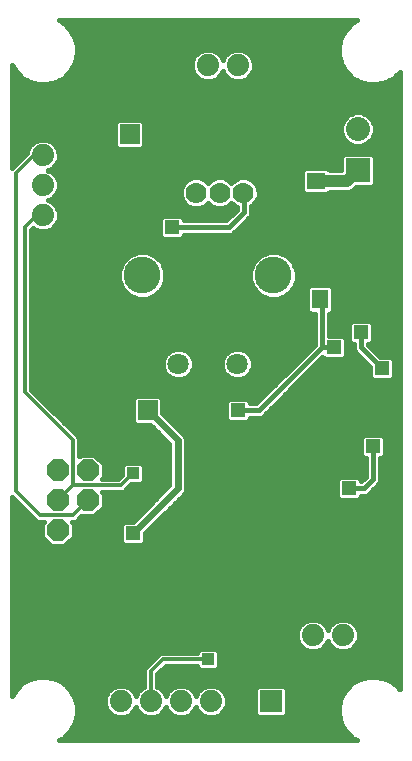
<source format=gbl>
G75*
%MOIN*%
%OFA0B0*%
%FSLAX24Y24*%
%IPPOS*%
%LPD*%
%AMOC8*
5,1,8,0,0,1.08239X$1,22.5*
%
%ADD10R,0.0650X0.0650*%
%ADD11C,0.0650*%
%ADD12R,0.0551X0.0630*%
%ADD13R,0.0630X0.0551*%
%ADD14OC8,0.0740*%
%ADD15R,0.0740X0.0740*%
%ADD16C,0.0740*%
%ADD17R,0.0800X0.0800*%
%ADD18C,0.0800*%
%ADD19C,0.0709*%
%ADD20C,0.0700*%
%ADD21C,0.1227*%
%ADD22C,0.0400*%
%ADD23C,0.0160*%
%ADD24R,0.0396X0.0396*%
%ADD25R,0.0768X0.0768*%
%ADD26R,0.0475X0.0475*%
%ADD27C,0.0240*%
%ADD28C,0.0120*%
D10*
X005180Y011600D03*
X004580Y020800D03*
D11*
X004580Y019800D03*
X004180Y011600D03*
D12*
X010929Y015300D03*
X012031Y015300D03*
D13*
X010780Y018149D03*
X010780Y019251D03*
D14*
X003180Y009600D03*
X003180Y008600D03*
X003180Y007600D03*
X002180Y007600D03*
X002180Y008600D03*
X002180Y009600D03*
D15*
X001680Y021100D03*
X009280Y001900D03*
D16*
X008280Y001900D03*
X007280Y001900D03*
X006280Y001900D03*
X005280Y001900D03*
X004280Y001900D03*
X010680Y004100D03*
X011680Y004100D03*
X012680Y004100D03*
X009180Y023100D03*
X008180Y023100D03*
X007180Y023100D03*
X001680Y020100D03*
X001680Y019100D03*
X001680Y018100D03*
D17*
X012180Y019600D03*
D18*
X012180Y020978D03*
D19*
X008164Y013147D03*
X007180Y013147D03*
X006196Y013147D03*
D20*
X005999Y018856D03*
X006786Y018856D03*
X007574Y018856D03*
X008361Y018856D03*
D21*
X009365Y016100D03*
X004995Y016100D03*
D22*
X010780Y019251D02*
X011831Y019251D01*
X012180Y019600D01*
D23*
X000660Y008709D02*
X000660Y002093D01*
X000776Y002294D01*
X000986Y002504D01*
X001244Y002653D01*
X001531Y002730D01*
X001829Y002730D01*
X002116Y002653D01*
X002374Y002504D01*
X002584Y002294D01*
X002733Y002036D01*
X002810Y001749D01*
X002810Y001451D01*
X002733Y001164D01*
X002584Y000906D01*
X002374Y000696D01*
X002208Y000600D01*
X012152Y000600D01*
X011986Y000696D01*
X011776Y000906D01*
X011627Y001164D01*
X011550Y001451D01*
X011550Y001749D01*
X011627Y002036D01*
X011776Y002294D01*
X011986Y002504D01*
X012244Y002653D01*
X012531Y002730D01*
X012829Y002730D01*
X013116Y002653D01*
X013374Y002504D01*
X013570Y002308D01*
X013570Y022892D01*
X013374Y022696D01*
X013116Y022547D01*
X012829Y022470D01*
X012531Y022470D01*
X012244Y022547D01*
X011986Y022696D01*
X011776Y022906D01*
X011627Y023164D01*
X011550Y023451D01*
X011550Y023749D01*
X011627Y024036D01*
X011776Y024294D01*
X011986Y024504D01*
X012152Y024600D01*
X002208Y024600D01*
X002374Y024504D01*
X002584Y024294D01*
X002733Y024036D01*
X002810Y023749D01*
X002810Y023451D01*
X002733Y023164D01*
X002584Y022906D01*
X002374Y022696D01*
X002116Y022547D01*
X001829Y022470D01*
X001531Y022470D01*
X001244Y022547D01*
X000986Y022696D01*
X000776Y022906D01*
X000660Y023107D01*
X000660Y019691D01*
X000689Y019720D01*
X001150Y020181D01*
X001150Y020205D01*
X001231Y020400D01*
X001380Y020549D01*
X001575Y020630D01*
X001785Y020630D01*
X001980Y020549D01*
X002129Y020400D01*
X002210Y020205D01*
X002210Y019995D01*
X002129Y019800D01*
X001980Y019651D01*
X001858Y019600D01*
X001980Y019549D01*
X002129Y019400D01*
X002210Y019205D01*
X002210Y018995D01*
X002129Y018800D01*
X001980Y018651D01*
X001858Y018600D01*
X001980Y018549D01*
X002129Y018400D01*
X002210Y018205D01*
X002210Y017995D01*
X002129Y017800D01*
X001980Y017651D01*
X001785Y017570D01*
X001575Y017570D01*
X001380Y017651D01*
X001361Y017670D01*
X001300Y017609D01*
X001300Y012291D01*
X002771Y010820D01*
X002771Y010820D01*
X002900Y010691D01*
X002900Y010070D01*
X002960Y010130D01*
X003400Y010130D01*
X003710Y009820D01*
X003710Y009380D01*
X003650Y009320D01*
X004189Y009320D01*
X004322Y009453D01*
X004322Y009764D01*
X004416Y009858D01*
X004944Y009858D01*
X005038Y009764D01*
X005038Y009236D01*
X004944Y009142D01*
X004633Y009142D01*
X004371Y008880D01*
X003650Y008880D01*
X003710Y008820D01*
X003710Y008380D01*
X003400Y008070D01*
X002961Y008070D01*
X002771Y007880D01*
X002650Y007880D01*
X002710Y007820D01*
X002710Y007380D01*
X002400Y007070D01*
X001960Y007070D01*
X001650Y007380D01*
X001650Y007820D01*
X001710Y007880D01*
X001489Y007880D01*
X001360Y008009D01*
X000660Y008709D01*
X000660Y008659D02*
X000710Y008659D01*
X000660Y008501D02*
X000868Y008501D01*
X001027Y008342D02*
X000660Y008342D01*
X000660Y008184D02*
X001185Y008184D01*
X001344Y008025D02*
X000660Y008025D01*
X000660Y007867D02*
X001697Y007867D01*
X001650Y007708D02*
X000660Y007708D01*
X000660Y007550D02*
X001650Y007550D01*
X001650Y007391D02*
X000660Y007391D01*
X000660Y007233D02*
X001798Y007233D01*
X001956Y007074D02*
X000660Y007074D01*
X000660Y006916D02*
X013570Y006916D01*
X013570Y007074D02*
X002404Y007074D01*
X002562Y007233D02*
X004283Y007233D01*
X004283Y007196D02*
X004376Y007103D01*
X004984Y007103D01*
X005077Y007196D01*
X005077Y007501D01*
X006339Y008763D01*
X006417Y008841D01*
X006460Y008944D01*
X006460Y010656D01*
X006417Y010759D01*
X005665Y011511D01*
X005665Y011991D01*
X005571Y012085D01*
X004789Y012085D01*
X004695Y011991D01*
X004695Y011209D01*
X004789Y011115D01*
X005269Y011115D01*
X005900Y010484D01*
X005900Y009116D01*
X004681Y007897D01*
X004376Y007897D01*
X004283Y007804D01*
X004283Y007196D01*
X004283Y007391D02*
X002710Y007391D01*
X002710Y007550D02*
X004283Y007550D01*
X004283Y007708D02*
X002710Y007708D01*
X002663Y007867D02*
X004345Y007867D01*
X004809Y008025D02*
X002916Y008025D01*
X003513Y008184D02*
X004968Y008184D01*
X005126Y008342D02*
X003672Y008342D01*
X003710Y008501D02*
X005285Y008501D01*
X005443Y008659D02*
X003710Y008659D01*
X003710Y008818D02*
X005602Y008818D01*
X005760Y008976D02*
X004467Y008976D01*
X004626Y009135D02*
X005900Y009135D01*
X005900Y009293D02*
X005038Y009293D01*
X005038Y009452D02*
X005900Y009452D01*
X005900Y009610D02*
X005038Y009610D01*
X005034Y009769D02*
X005900Y009769D01*
X005900Y009927D02*
X003603Y009927D01*
X003710Y009769D02*
X004326Y009769D01*
X004322Y009610D02*
X003710Y009610D01*
X003710Y009452D02*
X004320Y009452D01*
X003444Y010086D02*
X005900Y010086D01*
X005900Y010244D02*
X002900Y010244D01*
X002900Y010086D02*
X002916Y010086D01*
X002900Y010403D02*
X005900Y010403D01*
X005823Y010561D02*
X002900Y010561D01*
X002872Y010720D02*
X005665Y010720D01*
X005506Y010878D02*
X002713Y010878D01*
X002555Y011037D02*
X005348Y011037D01*
X005665Y011512D02*
X007783Y011512D01*
X007783Y011354D02*
X005822Y011354D01*
X005981Y011195D02*
X013570Y011195D01*
X013570Y011037D02*
X006139Y011037D01*
X006298Y010878D02*
X013570Y010878D01*
X013570Y010720D02*
X013062Y010720D01*
X013077Y010704D02*
X012984Y010797D01*
X012376Y010797D01*
X012283Y010704D01*
X012283Y010096D01*
X012376Y010003D01*
X012440Y010003D01*
X012440Y009399D01*
X012281Y009240D01*
X012277Y009240D01*
X012277Y009304D01*
X012184Y009397D01*
X011576Y009397D01*
X011483Y009304D01*
X011483Y008696D01*
X011576Y008603D01*
X012184Y008603D01*
X012277Y008696D01*
X012277Y008760D01*
X012428Y008760D01*
X012516Y008797D01*
X012816Y009097D01*
X012883Y009164D01*
X012920Y009252D01*
X012920Y010003D01*
X012984Y010003D01*
X013077Y010096D01*
X013077Y010704D01*
X013077Y010561D02*
X013570Y010561D01*
X013570Y010403D02*
X013077Y010403D01*
X013077Y010244D02*
X013570Y010244D01*
X013570Y010086D02*
X013067Y010086D01*
X012920Y009927D02*
X013570Y009927D01*
X013570Y009769D02*
X012920Y009769D01*
X012920Y009610D02*
X013570Y009610D01*
X013570Y009452D02*
X012920Y009452D01*
X012920Y009293D02*
X013570Y009293D01*
X013570Y009135D02*
X012854Y009135D01*
X012695Y008976D02*
X013570Y008976D01*
X013570Y008818D02*
X012537Y008818D01*
X012380Y009000D02*
X012680Y009300D01*
X012680Y010400D01*
X012440Y009927D02*
X006460Y009927D01*
X006460Y009769D02*
X012440Y009769D01*
X012440Y009610D02*
X006460Y009610D01*
X006460Y009452D02*
X012440Y009452D01*
X012334Y009293D02*
X012277Y009293D01*
X012380Y009000D02*
X011880Y009000D01*
X011483Y008976D02*
X006460Y008976D01*
X006460Y009135D02*
X011483Y009135D01*
X011483Y009293D02*
X006460Y009293D01*
X006393Y008818D02*
X011483Y008818D01*
X011520Y008659D02*
X006235Y008659D01*
X006076Y008501D02*
X013570Y008501D01*
X013570Y008659D02*
X012240Y008659D01*
X012293Y010086D02*
X006460Y010086D01*
X006460Y010244D02*
X012283Y010244D01*
X012283Y010403D02*
X006460Y010403D01*
X006460Y010561D02*
X012283Y010561D01*
X012298Y010720D02*
X006434Y010720D01*
X005665Y011671D02*
X007783Y011671D01*
X007783Y011829D02*
X005665Y011829D01*
X005665Y011988D02*
X007866Y011988D01*
X007876Y011997D02*
X007783Y011904D01*
X007783Y011296D01*
X007876Y011203D01*
X008484Y011203D01*
X008577Y011296D01*
X008577Y011360D01*
X008928Y011360D01*
X009016Y011397D01*
X010999Y013380D01*
X011076Y013303D01*
X011684Y013303D01*
X011777Y013396D01*
X011777Y014004D01*
X011684Y014097D01*
X011220Y014097D01*
X011220Y014825D01*
X011271Y014825D01*
X011364Y014919D01*
X011364Y015681D01*
X011271Y015775D01*
X010587Y015775D01*
X010493Y015681D01*
X010493Y014919D01*
X010587Y014825D01*
X010740Y014825D01*
X010740Y013799D01*
X008781Y011840D01*
X008577Y011840D01*
X008577Y011904D01*
X008484Y011997D01*
X007876Y011997D01*
X008180Y011600D02*
X008880Y011600D01*
X010980Y013700D01*
X011380Y013700D01*
X011733Y014048D02*
X011883Y014048D01*
X011883Y013896D02*
X011976Y013803D01*
X012040Y013803D01*
X012040Y013652D01*
X012077Y013564D01*
X012144Y013497D01*
X012583Y013058D01*
X012583Y012696D01*
X012676Y012603D01*
X013284Y012603D01*
X013377Y012696D01*
X013377Y013304D01*
X013284Y013397D01*
X012922Y013397D01*
X012520Y013799D01*
X012520Y013803D01*
X012584Y013803D01*
X012677Y013896D01*
X012677Y014504D01*
X012584Y014597D01*
X011976Y014597D01*
X011883Y014504D01*
X011883Y013896D01*
X011889Y013890D02*
X011777Y013890D01*
X011777Y013731D02*
X012040Y013731D01*
X012073Y013573D02*
X011777Y013573D01*
X011777Y013414D02*
X012227Y013414D01*
X012385Y013256D02*
X010875Y013256D01*
X010716Y013097D02*
X012544Y013097D01*
X012583Y012939D02*
X010558Y012939D01*
X010399Y012780D02*
X012583Y012780D01*
X012657Y012622D02*
X010241Y012622D01*
X010082Y012463D02*
X013570Y012463D01*
X013570Y012305D02*
X009924Y012305D01*
X009765Y012146D02*
X013570Y012146D01*
X013570Y011988D02*
X009607Y011988D01*
X009448Y011829D02*
X013570Y011829D01*
X013570Y011671D02*
X009290Y011671D01*
X009131Y011512D02*
X013570Y011512D01*
X013570Y011354D02*
X008577Y011354D01*
X008494Y011988D02*
X008928Y011988D01*
X009087Y012146D02*
X001445Y012146D01*
X001300Y012305D02*
X009245Y012305D01*
X009404Y012463D02*
X001300Y012463D01*
X001300Y012622D02*
X009562Y012622D01*
X009721Y012780D02*
X008524Y012780D01*
X008456Y012711D02*
X008600Y012856D01*
X008679Y013045D01*
X008679Y013250D01*
X008600Y013439D01*
X008456Y013583D01*
X008267Y013662D01*
X008062Y013662D01*
X007873Y013583D01*
X007728Y013439D01*
X007650Y013250D01*
X007650Y013045D01*
X007728Y012856D01*
X007873Y012711D01*
X008062Y012633D01*
X008267Y012633D01*
X008456Y012711D01*
X008635Y012939D02*
X009879Y012939D01*
X010038Y013097D02*
X008679Y013097D01*
X008676Y013256D02*
X010196Y013256D01*
X010355Y013414D02*
X008610Y013414D01*
X008466Y013573D02*
X010513Y013573D01*
X010672Y013731D02*
X001300Y013731D01*
X001300Y013573D02*
X005894Y013573D01*
X005904Y013583D02*
X005760Y013439D01*
X005681Y013250D01*
X005681Y013045D01*
X005760Y012856D01*
X005904Y012711D01*
X006093Y012633D01*
X006298Y012633D01*
X006487Y012711D01*
X006632Y012856D01*
X006710Y013045D01*
X006710Y013250D01*
X006632Y013439D01*
X006487Y013583D01*
X006298Y013662D01*
X006093Y013662D01*
X005904Y013583D01*
X005750Y013414D02*
X001300Y013414D01*
X001300Y013256D02*
X005684Y013256D01*
X005681Y013097D02*
X001300Y013097D01*
X001300Y012939D02*
X005725Y012939D01*
X005836Y012780D02*
X001300Y012780D01*
X001604Y011988D02*
X004695Y011988D01*
X004695Y011829D02*
X001762Y011829D01*
X001921Y011671D02*
X004695Y011671D01*
X004695Y011512D02*
X002079Y011512D01*
X002238Y011354D02*
X004695Y011354D01*
X004709Y011195D02*
X002396Y011195D01*
X001300Y013890D02*
X010740Y013890D01*
X010740Y014048D02*
X001300Y014048D01*
X001300Y014207D02*
X010740Y014207D01*
X010740Y014365D02*
X001300Y014365D01*
X001300Y014524D02*
X010740Y014524D01*
X010740Y014682D02*
X001300Y014682D01*
X001300Y014841D02*
X010571Y014841D01*
X010493Y014999D02*
X001300Y014999D01*
X001300Y015158D02*
X010493Y015158D01*
X010493Y015316D02*
X001300Y015316D01*
X001300Y015475D02*
X004527Y015475D01*
X004557Y015444D02*
X004339Y015662D01*
X004222Y015946D01*
X004222Y016254D01*
X004339Y016538D01*
X004557Y016756D01*
X004841Y016873D01*
X005149Y016873D01*
X005433Y016756D01*
X005651Y016538D01*
X005768Y016254D01*
X005768Y015946D01*
X005651Y015662D01*
X005433Y015444D01*
X005149Y015327D01*
X004841Y015327D01*
X004557Y015444D01*
X004368Y015633D02*
X001300Y015633D01*
X001300Y015792D02*
X004286Y015792D01*
X004222Y015950D02*
X001300Y015950D01*
X001300Y016109D02*
X004222Y016109D01*
X004227Y016267D02*
X001300Y016267D01*
X001300Y016426D02*
X004293Y016426D01*
X004385Y016584D02*
X001300Y016584D01*
X001300Y016743D02*
X004544Y016743D01*
X005446Y016743D02*
X008914Y016743D01*
X008927Y016756D02*
X008709Y016538D01*
X008592Y016254D01*
X008592Y015946D01*
X008709Y015662D01*
X008927Y015444D01*
X009211Y015327D01*
X009519Y015327D01*
X009803Y015444D01*
X010021Y015662D01*
X010138Y015946D01*
X010138Y016254D01*
X010021Y016538D01*
X009803Y016756D01*
X009519Y016873D01*
X009211Y016873D01*
X008927Y016756D01*
X008755Y016584D02*
X005605Y016584D01*
X005697Y016426D02*
X008663Y016426D01*
X008597Y016267D02*
X005763Y016267D01*
X005768Y016109D02*
X008592Y016109D01*
X008592Y015950D02*
X005768Y015950D01*
X005704Y015792D02*
X008656Y015792D01*
X008738Y015633D02*
X005622Y015633D01*
X005463Y015475D02*
X008897Y015475D01*
X009833Y015475D02*
X010493Y015475D01*
X010493Y015633D02*
X009992Y015633D01*
X010074Y015792D02*
X013570Y015792D01*
X013570Y015950D02*
X010138Y015950D01*
X010138Y016109D02*
X013570Y016109D01*
X013570Y016267D02*
X010133Y016267D01*
X010067Y016426D02*
X013570Y016426D01*
X013570Y016584D02*
X009975Y016584D01*
X009816Y016743D02*
X013570Y016743D01*
X013570Y016901D02*
X001300Y016901D01*
X001300Y017060D02*
X013570Y017060D01*
X013570Y017218D02*
X001300Y017218D01*
X001300Y017377D02*
X005602Y017377D01*
X005583Y017396D02*
X005676Y017303D01*
X006284Y017303D01*
X006377Y017396D01*
X006377Y017460D01*
X007928Y017460D01*
X008016Y017497D01*
X008516Y017997D01*
X008583Y018064D01*
X008620Y018152D01*
X008620Y018411D01*
X008650Y018424D01*
X008793Y018567D01*
X008871Y018754D01*
X008871Y018957D01*
X008793Y019145D01*
X008650Y019288D01*
X008463Y019366D01*
X008260Y019366D01*
X008072Y019288D01*
X007967Y019183D01*
X007863Y019288D01*
X007675Y019366D01*
X007472Y019366D01*
X007285Y019288D01*
X007180Y019183D01*
X007075Y019288D01*
X006888Y019366D01*
X006685Y019366D01*
X006497Y019288D01*
X006354Y019145D01*
X006276Y018957D01*
X006276Y018754D01*
X006354Y018567D01*
X006497Y018424D01*
X006685Y018346D01*
X006888Y018346D01*
X007075Y018424D01*
X007180Y018528D01*
X007285Y018424D01*
X007472Y018346D01*
X007675Y018346D01*
X007863Y018424D01*
X007967Y018528D01*
X008072Y018424D01*
X008140Y018395D01*
X008140Y018299D01*
X007781Y017940D01*
X006377Y017940D01*
X006377Y018004D01*
X006284Y018097D01*
X005676Y018097D01*
X005583Y018004D01*
X005583Y017396D01*
X005583Y017535D02*
X001300Y017535D01*
X001965Y018645D02*
X006322Y018645D01*
X006276Y018803D02*
X002131Y018803D01*
X002196Y018962D02*
X006278Y018962D01*
X006344Y019120D02*
X002210Y019120D01*
X002180Y019279D02*
X006488Y019279D01*
X006435Y018486D02*
X002044Y018486D01*
X002159Y018328D02*
X008140Y018328D01*
X008010Y018486D02*
X007925Y018486D01*
X008010Y018169D02*
X002210Y018169D01*
X002210Y018011D02*
X005589Y018011D01*
X005583Y017852D02*
X002151Y017852D01*
X002023Y017694D02*
X005583Y017694D01*
X005980Y017700D02*
X007880Y017700D01*
X008380Y018200D01*
X008380Y018837D01*
X008361Y018856D01*
X008712Y018486D02*
X013570Y018486D01*
X013570Y018328D02*
X008620Y018328D01*
X008620Y018169D02*
X013570Y018169D01*
X013570Y018011D02*
X008530Y018011D01*
X008371Y017852D02*
X013570Y017852D01*
X013570Y017694D02*
X008213Y017694D01*
X008054Y017535D02*
X013570Y017535D01*
X013570Y017377D02*
X006358Y017377D01*
X006371Y018011D02*
X007851Y018011D01*
X007222Y018486D02*
X007138Y018486D01*
X007085Y019279D02*
X007275Y019279D01*
X007872Y019279D02*
X008062Y019279D01*
X008660Y019279D02*
X010305Y019279D01*
X010305Y019437D02*
X002093Y019437D01*
X001869Y019596D02*
X010308Y019596D01*
X010305Y019593D02*
X010305Y018909D01*
X010399Y018816D01*
X011161Y018816D01*
X011237Y018891D01*
X011903Y018891D01*
X012035Y018946D01*
X012129Y019040D01*
X012646Y019040D01*
X012740Y019134D01*
X012740Y020066D01*
X012646Y020160D01*
X011714Y020160D01*
X011620Y020066D01*
X011620Y019611D01*
X011237Y019611D01*
X011161Y019687D01*
X010399Y019687D01*
X010305Y019593D01*
X010305Y019120D02*
X008804Y019120D01*
X008869Y018962D02*
X010305Y018962D01*
X008871Y018803D02*
X013570Y018803D01*
X013570Y018645D02*
X008826Y018645D01*
X010929Y015300D02*
X010980Y015249D01*
X010980Y013700D01*
X011220Y014207D02*
X011883Y014207D01*
X011883Y014365D02*
X011220Y014365D01*
X011220Y014524D02*
X011902Y014524D01*
X012280Y014200D02*
X012280Y013700D01*
X012980Y013000D01*
X012905Y013414D02*
X013570Y013414D01*
X013570Y013256D02*
X013377Y013256D01*
X013377Y013097D02*
X013570Y013097D01*
X013570Y012939D02*
X013377Y012939D01*
X013377Y012780D02*
X013570Y012780D01*
X013570Y012622D02*
X013303Y012622D01*
X013570Y013573D02*
X012747Y013573D01*
X012588Y013731D02*
X013570Y013731D01*
X013570Y013890D02*
X012671Y013890D01*
X012677Y014048D02*
X013570Y014048D01*
X013570Y014207D02*
X012677Y014207D01*
X012677Y014365D02*
X013570Y014365D01*
X013570Y014524D02*
X012658Y014524D01*
X013570Y014682D02*
X011220Y014682D01*
X011286Y014841D02*
X013570Y014841D01*
X013570Y014999D02*
X011364Y014999D01*
X011364Y015158D02*
X013570Y015158D01*
X013570Y015316D02*
X011364Y015316D01*
X011364Y015475D02*
X013570Y015475D01*
X013570Y015633D02*
X011364Y015633D01*
X012051Y018962D02*
X013570Y018962D01*
X013570Y019120D02*
X012726Y019120D01*
X012740Y019279D02*
X013570Y019279D01*
X013570Y019437D02*
X012740Y019437D01*
X012740Y019596D02*
X013570Y019596D01*
X013570Y019754D02*
X012740Y019754D01*
X012740Y019913D02*
X013570Y019913D01*
X013570Y020071D02*
X012735Y020071D01*
X012497Y020503D02*
X012655Y020661D01*
X012740Y020867D01*
X012740Y021089D01*
X012655Y021295D01*
X012497Y021453D01*
X012291Y021538D01*
X012069Y021538D01*
X011863Y021453D01*
X011705Y021295D01*
X011620Y021089D01*
X011620Y020867D01*
X011705Y020661D01*
X011863Y020503D01*
X012069Y020418D01*
X012291Y020418D01*
X012497Y020503D01*
X012541Y020547D02*
X013570Y020547D01*
X013570Y020705D02*
X012673Y020705D01*
X012739Y020864D02*
X013570Y020864D01*
X013570Y021022D02*
X012740Y021022D01*
X012702Y021181D02*
X013570Y021181D01*
X013570Y021339D02*
X012611Y021339D01*
X012389Y021498D02*
X013570Y021498D01*
X013570Y021656D02*
X000660Y021656D01*
X000660Y021498D02*
X011971Y021498D01*
X011749Y021339D02*
X000660Y021339D01*
X000660Y021181D02*
X004095Y021181D01*
X004095Y021191D02*
X004095Y020409D01*
X004189Y020315D01*
X004971Y020315D01*
X005065Y020409D01*
X005065Y021191D01*
X004971Y021285D01*
X004189Y021285D01*
X004095Y021191D01*
X004095Y021022D02*
X000660Y021022D01*
X000660Y020864D02*
X004095Y020864D01*
X004095Y020705D02*
X000660Y020705D01*
X000660Y020547D02*
X001377Y020547D01*
X001226Y020388D02*
X000660Y020388D01*
X000660Y020230D02*
X001160Y020230D01*
X001040Y020071D02*
X000660Y020071D01*
X000660Y019913D02*
X000881Y019913D01*
X000723Y019754D02*
X000660Y019754D01*
X000660Y021815D02*
X013570Y021815D01*
X013570Y021973D02*
X000660Y021973D01*
X000660Y022132D02*
X013570Y022132D01*
X013570Y022290D02*
X000660Y022290D01*
X000660Y022449D02*
X013570Y022449D01*
X013570Y022607D02*
X013220Y022607D01*
X013444Y022766D02*
X013570Y022766D01*
X012140Y022607D02*
X008375Y022607D01*
X008285Y022570D02*
X008480Y022651D01*
X008629Y022800D01*
X008710Y022995D01*
X008710Y023205D01*
X008629Y023400D01*
X008480Y023549D01*
X008285Y023630D01*
X008075Y023630D01*
X007880Y023549D01*
X007731Y023400D01*
X007680Y023278D01*
X007629Y023400D01*
X007480Y023549D01*
X007285Y023630D01*
X007075Y023630D01*
X006880Y023549D01*
X006731Y023400D01*
X006650Y023205D01*
X006650Y022995D01*
X006731Y022800D01*
X006880Y022651D01*
X007075Y022570D01*
X007285Y022570D01*
X007480Y022651D01*
X007629Y022800D01*
X007680Y022922D01*
X007731Y022800D01*
X007880Y022651D01*
X008075Y022570D01*
X008285Y022570D01*
X007985Y022607D02*
X007375Y022607D01*
X007595Y022766D02*
X007765Y022766D01*
X007730Y023400D02*
X007630Y023400D01*
X007459Y023558D02*
X007901Y023558D01*
X008459Y023558D02*
X011550Y023558D01*
X011550Y023717D02*
X002810Y023717D01*
X002810Y023558D02*
X006901Y023558D01*
X006730Y023400D02*
X002796Y023400D01*
X002754Y023241D02*
X006665Y023241D01*
X006650Y023083D02*
X002686Y023083D01*
X002595Y022924D02*
X006679Y022924D01*
X006765Y022766D02*
X002444Y022766D01*
X002220Y022607D02*
X006985Y022607D01*
X008595Y022766D02*
X011916Y022766D01*
X011765Y022924D02*
X008681Y022924D01*
X008710Y023083D02*
X011674Y023083D01*
X011606Y023241D02*
X008695Y023241D01*
X008630Y023400D02*
X011564Y023400D01*
X011584Y023875D02*
X002776Y023875D01*
X002734Y024034D02*
X011626Y024034D01*
X011717Y024192D02*
X002643Y024192D01*
X002528Y024351D02*
X011832Y024351D01*
X011995Y024509D02*
X002365Y024509D01*
X001140Y022607D02*
X000660Y022607D01*
X000660Y022766D02*
X000916Y022766D01*
X000765Y022924D02*
X000660Y022924D01*
X000660Y023083D02*
X000674Y023083D01*
X001983Y020547D02*
X004095Y020547D01*
X004116Y020388D02*
X002134Y020388D01*
X002200Y020230D02*
X013570Y020230D01*
X013570Y020388D02*
X005044Y020388D01*
X005065Y020547D02*
X011819Y020547D01*
X011687Y020705D02*
X005065Y020705D01*
X005065Y020864D02*
X011621Y020864D01*
X011620Y021022D02*
X005065Y021022D01*
X005065Y021181D02*
X011658Y021181D01*
X011625Y020071D02*
X002210Y020071D01*
X002176Y019913D02*
X011620Y019913D01*
X011620Y019754D02*
X002084Y019754D01*
X006498Y013573D02*
X007862Y013573D01*
X007718Y013414D02*
X006642Y013414D01*
X006708Y013256D02*
X007652Y013256D01*
X007650Y013097D02*
X006710Y013097D01*
X006666Y012939D02*
X007694Y012939D01*
X007804Y012780D02*
X006556Y012780D01*
X005918Y008342D02*
X013570Y008342D01*
X013570Y008184D02*
X005759Y008184D01*
X005601Y008025D02*
X013570Y008025D01*
X013570Y007867D02*
X005442Y007867D01*
X005284Y007708D02*
X013570Y007708D01*
X013570Y007550D02*
X005125Y007550D01*
X005077Y007391D02*
X013570Y007391D01*
X013570Y007233D02*
X005077Y007233D01*
X006916Y003658D02*
X006822Y003564D01*
X006822Y003520D01*
X005589Y003520D01*
X005460Y003391D01*
X005060Y002991D01*
X005060Y002383D01*
X004980Y002349D01*
X004831Y002200D01*
X004780Y002078D01*
X004729Y002200D01*
X004580Y002349D01*
X004385Y002430D01*
X004175Y002430D01*
X003980Y002349D01*
X003831Y002200D01*
X003750Y002005D01*
X003750Y001795D01*
X003831Y001600D01*
X003980Y001451D01*
X004175Y001370D01*
X004385Y001370D01*
X004580Y001451D01*
X004729Y001600D01*
X004780Y001722D01*
X004831Y001600D01*
X004980Y001451D01*
X005175Y001370D01*
X005385Y001370D01*
X005580Y001451D01*
X005729Y001600D01*
X005780Y001722D01*
X005831Y001600D01*
X005980Y001451D01*
X006175Y001370D01*
X006385Y001370D01*
X006580Y001451D01*
X006729Y001600D01*
X006780Y001722D01*
X006831Y001600D01*
X006980Y001451D01*
X007175Y001370D01*
X007385Y001370D01*
X007580Y001451D01*
X007729Y001600D01*
X007810Y001795D01*
X007810Y002005D01*
X007729Y002200D01*
X007580Y002349D01*
X007385Y002430D01*
X007175Y002430D01*
X006980Y002349D01*
X006831Y002200D01*
X006780Y002078D01*
X006729Y002200D01*
X006580Y002349D01*
X006385Y002430D01*
X006175Y002430D01*
X005980Y002349D01*
X005831Y002200D01*
X005780Y002078D01*
X005729Y002200D01*
X005580Y002349D01*
X005500Y002383D01*
X005500Y002809D01*
X005771Y003080D01*
X006822Y003080D01*
X006822Y003036D01*
X006916Y002942D01*
X007444Y002942D01*
X007538Y003036D01*
X007538Y003564D01*
X007444Y003658D01*
X006916Y003658D01*
X006845Y003587D02*
X000660Y003587D01*
X000660Y003429D02*
X005497Y003429D01*
X005339Y003270D02*
X000660Y003270D01*
X000660Y003112D02*
X005180Y003112D01*
X005060Y002953D02*
X000660Y002953D01*
X000660Y002795D02*
X005060Y002795D01*
X005060Y002636D02*
X002146Y002636D01*
X002401Y002478D02*
X005060Y002478D01*
X004949Y002319D02*
X004611Y002319D01*
X004746Y002161D02*
X004814Y002161D01*
X004795Y001685D02*
X004765Y001685D01*
X004656Y001527D02*
X004904Y001527D01*
X005500Y002478D02*
X011959Y002478D01*
X011801Y002319D02*
X009810Y002319D01*
X009810Y002336D02*
X009716Y002430D01*
X008844Y002430D01*
X008750Y002336D01*
X008750Y001464D01*
X008844Y001370D01*
X009716Y001370D01*
X009810Y001464D01*
X009810Y002336D01*
X009810Y002161D02*
X011699Y002161D01*
X011618Y002002D02*
X009810Y002002D01*
X009810Y001844D02*
X011575Y001844D01*
X011550Y001685D02*
X009810Y001685D01*
X009810Y001527D02*
X011550Y001527D01*
X011572Y001368D02*
X002788Y001368D01*
X002810Y001527D02*
X003904Y001527D01*
X003795Y001685D02*
X002810Y001685D01*
X002785Y001844D02*
X003750Y001844D01*
X003750Y002002D02*
X002742Y002002D01*
X002661Y002161D02*
X003814Y002161D01*
X003949Y002319D02*
X002559Y002319D01*
X002745Y001210D02*
X011615Y001210D01*
X011692Y001051D02*
X002668Y001051D01*
X002571Y000893D02*
X011789Y000893D01*
X011948Y000734D02*
X002412Y000734D01*
X001214Y002636D02*
X000660Y002636D01*
X000660Y002478D02*
X000959Y002478D01*
X000801Y002319D02*
X000660Y002319D01*
X000660Y002161D02*
X000699Y002161D01*
X000660Y003746D02*
X010285Y003746D01*
X010231Y003800D02*
X010150Y003995D01*
X010150Y004205D01*
X010231Y004400D01*
X010380Y004549D01*
X010575Y004630D01*
X010785Y004630D01*
X010980Y004549D01*
X011129Y004400D01*
X011180Y004278D01*
X011231Y004400D01*
X011380Y004549D01*
X011575Y004630D01*
X011785Y004630D01*
X011980Y004549D01*
X012129Y004400D01*
X012210Y004205D01*
X012210Y003995D01*
X012129Y003800D01*
X011980Y003651D01*
X011785Y003570D01*
X011575Y003570D01*
X011380Y003651D01*
X011231Y003800D01*
X011180Y003922D01*
X011129Y003800D01*
X010980Y003651D01*
X010785Y003570D01*
X010575Y003570D01*
X010380Y003651D01*
X010231Y003800D01*
X010188Y003904D02*
X000660Y003904D01*
X000660Y004063D02*
X010150Y004063D01*
X010156Y004221D02*
X000660Y004221D01*
X000660Y004380D02*
X010222Y004380D01*
X010368Y004538D02*
X000660Y004538D01*
X000660Y004697D02*
X013570Y004697D01*
X013570Y004855D02*
X000660Y004855D01*
X000660Y005014D02*
X013570Y005014D01*
X013570Y005172D02*
X000660Y005172D01*
X000660Y005331D02*
X013570Y005331D01*
X013570Y005489D02*
X000660Y005489D01*
X000660Y005648D02*
X013570Y005648D01*
X013570Y005806D02*
X000660Y005806D01*
X000660Y005965D02*
X013570Y005965D01*
X013570Y006123D02*
X000660Y006123D01*
X000660Y006282D02*
X013570Y006282D01*
X013570Y006440D02*
X000660Y006440D01*
X000660Y006599D02*
X013570Y006599D01*
X013570Y006757D02*
X000660Y006757D01*
X005500Y002795D02*
X013570Y002795D01*
X013570Y002953D02*
X007455Y002953D01*
X007538Y003112D02*
X013570Y003112D01*
X013570Y003270D02*
X007538Y003270D01*
X007538Y003429D02*
X013570Y003429D01*
X013570Y003587D02*
X011826Y003587D01*
X011534Y003587D02*
X010826Y003587D01*
X010534Y003587D02*
X007515Y003587D01*
X006905Y002953D02*
X005644Y002953D01*
X005500Y002636D02*
X012214Y002636D01*
X012075Y003746D02*
X013570Y003746D01*
X013570Y003904D02*
X012172Y003904D01*
X012210Y004063D02*
X013570Y004063D01*
X013570Y004221D02*
X012204Y004221D01*
X012138Y004380D02*
X013570Y004380D01*
X013570Y004538D02*
X011992Y004538D01*
X011368Y004538D02*
X010992Y004538D01*
X011138Y004380D02*
X011222Y004380D01*
X011188Y003904D02*
X011172Y003904D01*
X011075Y003746D02*
X011285Y003746D01*
X013146Y002636D02*
X013570Y002636D01*
X013570Y002478D02*
X013401Y002478D01*
X013559Y002319D02*
X013570Y002319D01*
X008750Y002319D02*
X007611Y002319D01*
X007746Y002161D02*
X008750Y002161D01*
X008750Y002002D02*
X007810Y002002D01*
X007810Y001844D02*
X008750Y001844D01*
X008750Y001685D02*
X007765Y001685D01*
X007656Y001527D02*
X008750Y001527D01*
X006949Y002319D02*
X006611Y002319D01*
X006746Y002161D02*
X006814Y002161D01*
X006795Y001685D02*
X006765Y001685D01*
X006656Y001527D02*
X006904Y001527D01*
X005949Y002319D02*
X005611Y002319D01*
X005746Y002161D02*
X005814Y002161D01*
X005795Y001685D02*
X005765Y001685D01*
X005656Y001527D02*
X005904Y001527D01*
D24*
X007180Y003300D03*
X006580Y007200D03*
X004680Y009500D03*
X001880Y004600D03*
X012680Y005600D03*
D25*
X013080Y017000D03*
X001980Y016800D03*
D26*
X005980Y017700D03*
X008880Y019800D03*
X012280Y014200D03*
X012980Y013000D03*
X012680Y010400D03*
X011880Y009000D03*
X011380Y013700D03*
X008180Y011600D03*
X004680Y007500D03*
D27*
X006180Y009000D01*
X006180Y010600D01*
X005180Y011600D01*
D28*
X004680Y009500D02*
X004280Y009100D01*
X002680Y009100D01*
X002680Y010600D01*
X001080Y012200D01*
X001080Y017700D01*
X001480Y018100D01*
X001680Y018100D01*
X000780Y019500D02*
X000780Y008900D01*
X001580Y008100D01*
X002680Y008100D01*
X003180Y008600D01*
X002680Y009100D02*
X002180Y008600D01*
X005680Y003300D02*
X005280Y002900D01*
X005280Y001900D01*
X005680Y003300D02*
X007180Y003300D01*
X000780Y019500D02*
X001380Y020100D01*
X001680Y020100D01*
M02*

</source>
